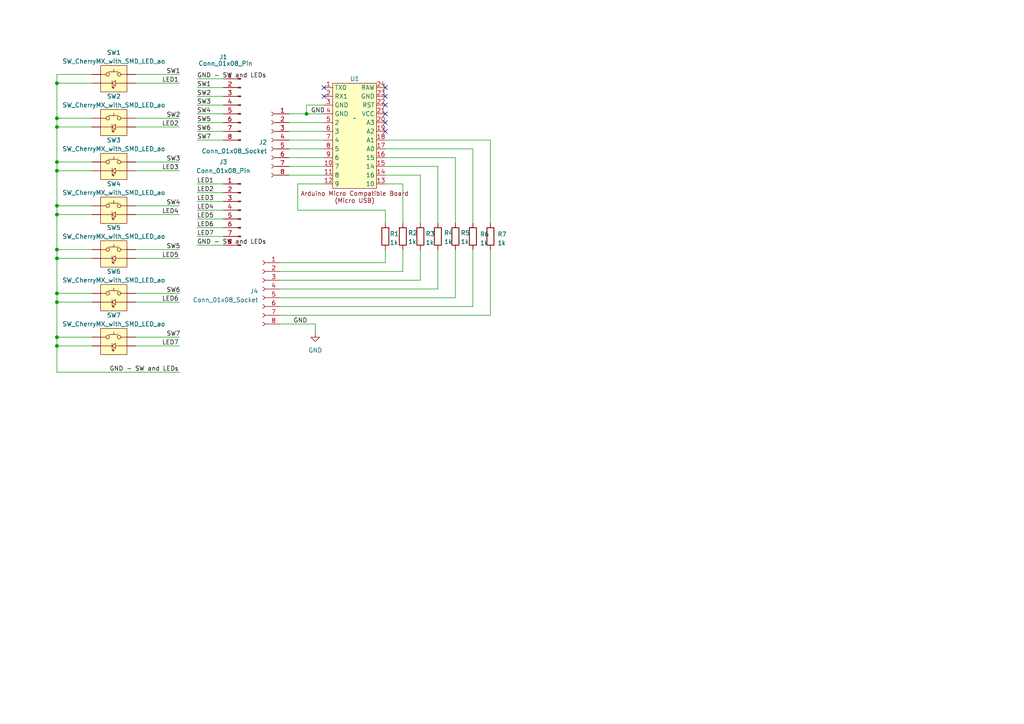
<source format=kicad_sch>
(kicad_sch (version 20230121) (generator eeschema)
  (paper "A4")
  (title_block (title "Macropad") (date "2023-10-31") (rev "1.1"))
  (lib_symbols
    (symbol "Connector:Conn_01x08_Pin" (pin_names (offset 1.016) hide)
      (property "Reference" "J" (at 0 10.16 0))
      (property "Value" "Conn_01x08_Pin" (at 0 -12.7 0))
      (symbol "Conn_01x08_Pin_1_1"
        (polyline (pts (xy 1.27 -10.16) (xy 0.8636 -10.16)) (stroke (width 0.1524)))
        (polyline (pts (xy 1.27 -7.62) (xy 0.8636 -7.62)) (stroke (width 0.1524)))
        (polyline (pts (xy 1.27 -5.08) (xy 0.8636 -5.08)) (stroke (width 0.1524)))
        (polyline (pts (xy 1.27 -2.54) (xy 0.8636 -2.54)) (stroke (width 0.1524)))
        (polyline (pts (xy 1.27 0) (xy 0.8636 0)) (stroke (width 0.1524)))
        (polyline (pts (xy 1.27 2.54) (xy 0.8636 2.54)) (stroke (width 0.1524)))
        (polyline (pts (xy 1.27 5.08) (xy 0.8636 5.08)) (stroke (width 0.1524)))
        (polyline (pts (xy 1.27 7.62) (xy 0.8636 7.62)) (stroke (width 0.1524)))
        (rectangle (start 0.8636 -10.033) (end 0 -10.287) (stroke (width 0.1524)) (fill (type outline)))
        (rectangle (start 0.8636 -7.493) (end 0 -7.747) (stroke (width 0.1524)) (fill (type outline)))
        (rectangle (start 0.8636 -4.953) (end 0 -5.207) (stroke (width 0.1524)) (fill (type outline)))
        (rectangle (start 0.8636 -2.413) (end 0 -2.667) (stroke (width 0.1524)) (fill (type outline)))
        (rectangle (start 0.8636 0.127) (end 0 -0.127) (stroke (width 0.1524)) (fill (type outline)))
        (rectangle (start 0.8636 2.667) (end 0 2.413) (stroke (width 0.1524)) (fill (type outline)))
        (rectangle (start 0.8636 5.207) (end 0 4.953) (stroke (width 0.1524)) (fill (type outline)))
        (rectangle (start 0.8636 7.747) (end 0 7.493) (stroke (width 0.1524)) (fill (type outline)))
        (pin passive line (at 5.08 7.62 180) (length 3.81) (name "Pin_1") (number "1"))
        (pin passive line (at 5.08 5.08 180) (length 3.81) (name "Pin_2") (number "2"))
        (pin passive line (at 5.08 2.54 180) (length 3.81) (name "Pin_3") (number "3"))
        (pin passive line (at 5.08 0 180) (length 3.81) (name "Pin_4") (number "4"))
        (pin passive line (at 5.08 -2.54 180) (length 3.81) (name "Pin_5") (number "5"))
        (pin passive line (at 5.08 -5.08 180) (length 3.81) (name "Pin_6") (number "6"))
        (pin passive line (at 5.08 -7.62 180) (length 3.81) (name "Pin_7") (number "7"))
        (pin passive line (at 5.08 -10.16 180) (length 3.81) (name "Pin_8") (number "8"))
      )
    )
    (symbol "Connector:Conn_01x08_Socket" (pin_names (offset 1.016) hide)
      (property "Reference" "J" (at 0 10.16 0))
      (property "Value" "Conn_01x08_Socket" (at 0 -12.7 0))
      (symbol "Conn_01x08_Socket_1_1"
        (arc (start 0 -9.652) (mid -0.5058 -10.16) (end 0 -10.668) (stroke (width 0.1524)))
        (arc (start 0 -7.112) (mid -0.5058 -7.62) (end 0 -8.128) (stroke (width 0.1524)))
        (arc (start 0 -4.572) (mid -0.5058 -5.08) (end 0 -5.588) (stroke (width 0.1524)))
        (arc (start 0 -2.032) (mid -0.5058 -2.54) (end 0 -3.048) (stroke (width 0.1524)))
        (polyline (pts (xy -1.27 -10.16) (xy -0.508 -10.16)) (stroke (width 0.1524)))
        (polyline (pts (xy -1.27 -7.62) (xy -0.508 -7.62)) (stroke (width 0.1524)))
        (polyline (pts (xy -1.27 -5.08) (xy -0.508 -5.08)) (stroke (width 0.1524)))
        (polyline (pts (xy -1.27 -2.54) (xy -0.508 -2.54)) (stroke (width 0.1524)))
        (polyline (pts (xy -1.27 0) (xy -0.508 0)) (stroke (width 0.1524)))
        (polyline (pts (xy -1.27 2.54) (xy -0.508 2.54)) (stroke (width 0.1524)))
        (polyline (pts (xy -1.27 5.08) (xy -0.508 5.08)) (stroke (width 0.1524)))
        (polyline (pts (xy -1.27 7.62) (xy -0.508 7.62)) (stroke (width 0.1524)))
        (arc (start 0 0.508) (mid -0.5058 0) (end 0 -0.508) (stroke (width 0.1524)))
        (arc (start 0 3.048) (mid -0.5058 2.54) (end 0 2.032) (stroke (width 0.1524)))
        (arc (start 0 5.588) (mid -0.5058 5.08) (end 0 4.572) (stroke (width 0.1524)))
        (arc (start 0 8.128) (mid -0.5058 7.62) (end 0 7.112) (stroke (width 0.1524)))
        (pin passive line (at -5.08 7.62 0) (length 3.81) (name "Pin_1") (number "1"))
        (pin passive line (at -5.08 5.08 0) (length 3.81) (name "Pin_2") (number "2"))
        (pin passive line (at -5.08 2.54 0) (length 3.81) (name "Pin_3") (number "3"))
        (pin passive line (at -5.08 0 0) (length 3.81) (name "Pin_4") (number "4"))
        (pin passive line (at -5.08 -2.54 0) (length 3.81) (name "Pin_5") (number "5"))
        (pin passive line (at -5.08 -5.08 0) (length 3.81) (name "Pin_6") (number "6"))
        (pin passive line (at -5.08 -7.62 0) (length 3.81) (name "Pin_7") (number "7"))
        (pin passive line (at -5.08 -10.16 0) (length 3.81) (name "Pin_8") (number "8"))
      )
    )
    (symbol "Device:R" (pin_numbers hide) (pin_names (offset 0))
      (property "Reference" "R" (at 2.032 0 90))
      (property "Value" "R" (at 0 0 90))
      (symbol "R_0_1"
        (rectangle (start -1.016 -2.54) (end 1.016 2.54) (stroke (width 0.254)))
      )
      (symbol "R_1_1"
        (pin passive line (at 0 3.81 270) (length 1.27) (name "~") (number "1"))
        (pin passive line (at 0 -3.81 90) (length 1.27) (name "~") (number "2"))
      )
    )
    (symbol "my_Library:ArduinoMicroCompatible"
      (property "Reference" "U" (at -5.08 11.43 0))
      (symbol "ArduinoMicroCompatible_1_1"
        (rectangle (start -6.35 10.16) (end 6.35 -20.32) (fill (type background)))
        (text "Arduino Micro Compatible Board\n(Micro USB)" (at 0 -22.86 0) (effects (font (size 1.27 1.27))))
        (pin bidirectional line (at -8.89 8.89 0) (length 2.54) (name "TX0") (number "1"))
        (pin bidirectional line (at -8.89 -13.97 0) (length 2.54) (name "7") (number "10"))
        (pin bidirectional line (at -8.89 -16.51 0) (length 2.54) (name "8") (number "11"))
        (pin bidirectional line (at -8.89 -19.05 0) (length 2.54) (name "9") (number "12"))
        (pin bidirectional line (at 8.89 -19.05 180) (length 2.54) (name "10") (number "13"))
        (pin bidirectional line (at 8.89 -16.51 180) (length 2.54) (name "16") (number "14"))
        (pin bidirectional line (at 8.89 -13.97 180) (length 2.54) (name "14") (number "15"))
        (pin bidirectional line (at 8.89 -11.43 180) (length 2.54) (name "15") (number "16"))
        (pin bidirectional line (at 8.89 -8.89 180) (length 2.54) (name "A0") (number "17"))
        (pin bidirectional line (at 8.89 -6.35 180) (length 2.54) (name "A1") (number "18"))
        (pin bidirectional line (at 8.89 -3.81 180) (length 2.54) (name "A2") (number "19"))
        (pin bidirectional line (at -8.89 6.35 0) (length 2.54) (name "RX1") (number "2"))
        (pin bidirectional line (at 8.89 -1.27 180) (length 2.54) (name "A3") (number "20"))
        (pin power_in line (at 8.89 1.27 180) (length 2.54) (name "VCC") (number "21"))
        (pin input line (at 8.89 3.81 180) (length 2.54) (name "RST") (number "22"))
        (pin power_in line (at 8.89 6.35 180) (length 2.54) (name "GND") (number "23"))
        (pin bidirectional line (at 8.89 8.89 180) (length 2.54) (name "RAW") (number "24"))
        (pin passive line (at -8.89 3.81 0) (length 2.54) (name "GND") (number "3"))
        (pin power_in line (at -8.89 1.27 0) (length 2.54) (name "GND") (number "4"))
        (pin bidirectional line (at -8.89 -1.27 0) (length 2.54) (name "2") (number "5"))
        (pin bidirectional line (at -8.89 -3.81 0) (length 2.54) (name "3") (number "6"))
        (pin bidirectional line (at -8.89 -6.35 0) (length 2.54) (name "4") (number "7"))
        (pin bidirectional line (at -8.89 -8.89 0) (length 2.54) (name "5") (number "8"))
        (pin bidirectional line (at -8.89 -11.43 0) (length 2.54) (name "6") (number "9"))
      )
    )
    (symbol "my_Library:CherryMX_with_LED" (pin_numbers hide) (pin_names (offset 1.016) hide)
      (property "Reference" "SW" (at -0.254 8.636 0))
      (property "Value" "SW_CherryMX_with_SMD_LED_ao" (at 4.064 -1.524 0))
      (symbol "CherryMX_with_LED_0_1"
        (polyline (pts (xy 0 5.08) (xy 1.524 5.08)))
        (polyline (pts (xy 1.778 2.54) (xy 0 2.54)))
        (polyline (pts (xy 3.302 1.778) (xy 3.302 3.302)))
        (polyline (pts (xy 3.302 2.54) (xy 1.778 2.54)))
        (polyline (pts (xy 4.318 2.54) (xy 6.096 2.54)))
        (polyline (pts (xy 6.096 2.54) (xy 7.62 2.54)))
        (polyline (pts (xy 7.62 5.08) (xy 5.842 5.08)))
        (polyline (pts (xy 2.286 5.842) (xy 5.08 5.842) (xy 3.81 5.842) (xy 3.81 6.604)))
        (polyline (pts (xy 3.302 2.54) (xy 4.318 3.302) (xy 4.318 1.778) (xy 3.302 2.54)))
        (polyline (pts (xy 3.81 1.778) (xy 3.302 1.27) (xy 3.556 1.27) (xy 3.302 1.27) (xy 3.302 1.524)))
        (polyline (pts (xy 4.064 1.524) (xy 3.556 1.016) (xy 3.81 1.016) (xy 3.556 1.016) (xy 3.556 1.27)))
        (circle (center 2.032 5.08) (radius 0.508))
        (rectangle (start 5.08 6.35) (end 5.08 6.35))
        (circle (center 5.334 5.08) (radius 0.508))
      )
      (symbol "CherryMX_with_LED_1_1"
        (rectangle (start 0 7.62) (end 7.62 0) (fill (type background)))
        (pin passive line (at -2.54 5.08 0) (length 2.54) (name "1") (number "1"))
        (pin passive line (at 10.16 5.08 180) (length 2.54) (name "2") (number "2"))
        (pin passive line (at -2.54 2.54 0) (length 2.54) (name "K") (number "3"))
        (pin passive line (at 10.16 2.54 180) (length 2.54) (name "A") (number "4"))
      )
    )
    (symbol "power:GND" (power) (pin_names (offset 0))
      (property "Value" "GND" (at 0 -3.81 0))
      (symbol "GND_0_1"
        (polyline (pts (xy 0 0) (xy 0 -1.27) (xy 1.27 -1.27) (xy 0 -2.54) (xy -1.27 -1.27) (xy 0 -1.27)))
      )
      (symbol "GND_1_1"
        (pin power_in line (at 0 0 270) (length 0) hide (name "GND") (number "1"))
      )
    )
  )
  (junction (at 16.51 24.13))
  (junction (at 16.51 49.53))
  (junction (at 16.51 97.79))
  (junction (at 16.51 87.63))
  (junction (at 16.51 46.99))
  (junction (at 16.51 72.39))
  (junction (at 16.51 62.23))
  (junction (at 16.51 100.33))
  (junction (at 16.51 34.29))
  (junction (at 88.9 33.02))
  (junction (at 16.51 59.69))
  (junction (at 16.51 85.09))
  (junction (at 16.51 74.93))
  (junction (at 16.51 36.83))
  (no_connect (at 111.76 27.94))
  (no_connect (at 93.98 25.4))
  (no_connect (at 111.76 30.48))
  (no_connect (at 93.98 27.94))
  (no_connect (at 111.76 35.56))
  (no_connect (at 111.76 25.4))
  (no_connect (at 111.76 38.1))
  (no_connect (at 111.76 33.02))
  (wire (pts (xy 142.24 72.39) (xy 142.24 91.44)))
  (wire (pts (xy 16.51 34.29) (xy 16.51 24.13)))
  (wire (pts (xy 39.37 49.53) (xy 52.07 49.53)))
  (wire (pts (xy 137.16 43.18) (xy 137.16 64.77)))
  (wire (pts (xy 111.76 48.26) (xy 127 48.26)))
  (wire (pts (xy 16.51 34.29) (xy 16.51 36.83)))
  (wire (pts (xy 57.15 25.4) (xy 64.77 25.4)))
  (wire (pts (xy 57.15 66.04) (xy 64.77 66.04)))
  (wire (pts (xy 39.37 62.23) (xy 52.07 62.23)))
  (wire (pts (xy 39.37 24.13) (xy 52.07 24.13)))
  (wire (pts (xy 57.15 30.48) (xy 64.77 30.48)))
  (wire (pts (xy 26.67 100.33) (xy 16.51 100.33)))
  (wire (pts (xy 16.51 24.13) (xy 16.51 21.59)))
  (wire (pts (xy 26.67 97.79) (xy 16.51 97.79)))
  (wire (pts (xy 127 48.26) (xy 127 64.77)))
  (wire (pts (xy 57.15 27.94) (xy 64.77 27.94)))
  (wire (pts (xy 93.98 30.48) (xy 88.9 30.48)))
  (wire (pts (xy 39.37 36.83) (xy 52.07 36.83)))
  (wire (pts (xy 116.84 53.34) (xy 116.84 64.77)))
  (wire (pts (xy 26.67 87.63) (xy 16.51 87.63)))
  (wire (pts (xy 57.15 63.5) (xy 64.77 63.5)))
  (wire (pts (xy 81.28 86.36) (xy 132.08 86.36)))
  (wire (pts (xy 93.98 53.34) (xy 86.36 53.34)))
  (wire (pts (xy 16.51 72.39) (xy 16.51 62.23)))
  (wire (pts (xy 39.37 87.63) (xy 52.07 87.63)))
  (wire (pts (xy 39.37 85.09) (xy 52.07 85.09)))
  (wire (pts (xy 16.51 59.69) (xy 26.67 59.69)))
  (wire (pts (xy 132.08 45.72) (xy 132.08 64.77)))
  (wire (pts (xy 57.15 71.12) (xy 64.77 71.12)))
  (wire (pts (xy 16.51 87.63) (xy 16.51 85.09)))
  (wire (pts (xy 57.15 55.88) (xy 64.77 55.88)))
  (wire (pts (xy 39.37 21.59) (xy 52.07 21.59)))
  (wire (pts (xy 111.76 60.96) (xy 111.76 64.77)))
  (wire (pts (xy 39.37 59.69) (xy 52.07 59.69)))
  (wire (pts (xy 39.37 72.39) (xy 52.07 72.39)))
  (wire (pts (xy 132.08 45.72) (xy 111.76 45.72)))
  (wire (pts (xy 83.82 50.8) (xy 93.98 50.8)))
  (wire (pts (xy 57.15 22.86) (xy 64.77 22.86)))
  (wire (pts (xy 91.44 96.52) (xy 91.44 93.98)))
  (wire (pts (xy 26.67 72.39) (xy 16.51 72.39)))
  (wire (pts (xy 142.24 40.64) (xy 111.76 40.64)))
  (wire (pts (xy 91.44 93.98) (xy 81.28 93.98)))
  (wire (pts (xy 116.84 72.39) (xy 116.84 78.74)))
  (wire (pts (xy 39.37 97.79) (xy 52.07 97.79)))
  (wire (pts (xy 57.15 53.34) (xy 64.77 53.34)))
  (wire (pts (xy 16.51 49.53) (xy 16.51 46.99)))
  (wire (pts (xy 88.9 33.02) (xy 93.98 33.02)))
  (wire (pts (xy 16.51 97.79) (xy 16.51 87.63)))
  (wire (pts (xy 16.51 100.33) (xy 16.51 97.79)))
  (wire (pts (xy 142.24 40.64) (xy 142.24 64.77)))
  (wire (pts (xy 57.15 38.1) (xy 64.77 38.1)))
  (wire (pts (xy 111.76 43.18) (xy 137.16 43.18)))
  (wire (pts (xy 116.84 53.34) (xy 111.76 53.34)))
  (wire (pts (xy 26.67 46.99) (xy 16.51 46.99)))
  (wire (pts (xy 121.92 50.8) (xy 111.76 50.8)))
  (wire (pts (xy 57.15 35.56) (xy 64.77 35.56)))
  (wire (pts (xy 16.51 46.99) (xy 16.51 36.83)))
  (wire (pts (xy 26.67 24.13) (xy 16.51 24.13)))
  (wire (pts (xy 16.51 74.93) (xy 16.51 85.09)))
  (wire (pts (xy 26.67 34.29) (xy 16.51 34.29)))
  (wire (pts (xy 39.37 34.29) (xy 52.07 34.29)))
  (wire (pts (xy 81.28 91.44) (xy 142.24 91.44)))
  (wire (pts (xy 81.28 83.82) (xy 127 83.82)))
  (wire (pts (xy 16.51 62.23) (xy 26.67 62.23)))
  (wire (pts (xy 83.82 35.56) (xy 93.98 35.56)))
  (wire (pts (xy 16.51 74.93) (xy 16.51 72.39)))
  (wire (pts (xy 83.82 33.02) (xy 88.9 33.02)))
  (wire (pts (xy 16.51 85.09) (xy 26.67 85.09)))
  (wire (pts (xy 57.15 40.64) (xy 64.77 40.64)))
  (wire (pts (xy 39.37 100.33) (xy 52.07 100.33)))
  (wire (pts (xy 127 72.39) (xy 127 83.82)))
  (wire (pts (xy 83.82 48.26) (xy 93.98 48.26)))
  (wire (pts (xy 16.51 59.69) (xy 16.51 62.23)))
  (wire (pts (xy 83.82 38.1) (xy 93.98 38.1)))
  (wire (pts (xy 39.37 74.93) (xy 52.07 74.93)))
  (wire (pts (xy 111.76 72.39) (xy 111.76 76.2)))
  (wire (pts (xy 83.82 43.18) (xy 93.98 43.18)))
  (wire (pts (xy 137.16 72.39) (xy 137.16 88.9)))
  (wire (pts (xy 16.51 36.83) (xy 26.67 36.83)))
  (wire (pts (xy 83.82 40.64) (xy 93.98 40.64)))
  (wire (pts (xy 83.82 45.72) (xy 93.98 45.72)))
  (wire (pts (xy 16.51 49.53) (xy 16.51 59.69)))
  (wire (pts (xy 116.84 78.74) (xy 81.28 78.74)))
  (wire (pts (xy 121.92 72.39) (xy 121.92 81.28)))
  (wire (pts (xy 81.28 76.2) (xy 111.76 76.2)))
  (wire (pts (xy 57.15 58.42) (xy 64.77 58.42)))
  (wire (pts (xy 57.15 33.02) (xy 64.77 33.02)))
  (wire (pts (xy 86.36 60.96) (xy 111.76 60.96)))
  (wire (pts (xy 86.36 53.34) (xy 86.36 60.96)))
  (wire (pts (xy 26.67 21.59) (xy 16.51 21.59)))
  (wire (pts (xy 121.92 50.8) (xy 121.92 64.77)))
  (wire (pts (xy 26.67 74.93) (xy 16.51 74.93)))
  (wire (pts (xy 26.67 49.53) (xy 16.51 49.53)))
  (wire (pts (xy 39.37 46.99) (xy 52.07 46.99)))
  (wire (pts (xy 57.15 60.96) (xy 64.77 60.96)))
  (wire (pts (xy 88.9 30.48) (xy 88.9 33.02)))
  (wire (pts (xy 132.08 72.39) (xy 132.08 86.36)))
  (wire (pts (xy 137.16 88.9) (xy 81.28 88.9)))
  (wire (pts (xy 16.51 100.33) (xy 16.51 107.95)))
  (wire (pts (xy 57.15 68.58) (xy 64.77 68.58)))
  (wire (pts (xy 16.51 107.95) (xy 52.07 107.95)))
  (wire (pts (xy 81.28 81.28) (xy 121.92 81.28)))
  (label "LED7" (at 46.99 100.33 0))
  (label "LED6" (at 46.99 87.63 0))
  (label "LED3" (at 46.99 49.53 0))
  (label "SW6" (at 48.26 85.09 0))
  (label "GND - SW and LEDs" (at 57.15 22.86 0))
  (label "LED5" (at 57.15 63.5 0))
  (label "SW7" (at 57.15 40.64 0))
  (label "SW7" (at 48.26 97.79 0))
  (label "GND" (at 90.17 33.02 0))
  (label "SW6" (at 57.15 38.1 0))
  (label "SW1" (at 57.15 25.4 0))
  (label "SW3" (at 57.15 30.48 0))
  (label "LED7" (at 57.15 68.58 0))
  (label "GND - SW and LEDs" (at 31.75 107.95 0))
  (label "LED4" (at 46.99 62.23 0))
  (label "SW2" (at 48.26 34.29 0))
  (label "GND" (at 85.09 93.98 0))
  (label "LED6" (at 57.15 66.04 0))
  (label "SW4" (at 57.15 33.02 0))
  (label "LED5" (at 46.99 74.93 0))
  (label "LED1" (at 46.99 24.13 0))
  (label "LED3" (at 57.15 58.42 0))
  (label "SW5" (at 57.15 35.56 0))
  (label "LED4" (at 57.15 60.96 0))
  (label "SW1" (at 48.26 21.59 0))
  (label "SW4" (at 48.26 59.69 0))
  (label "LED2" (at 46.99 36.83 0))
  (label "SW2" (at 57.15 27.94 0))
  (label "LED1" (at 57.15 53.34 0))
  (label "SW3" (at 48.26 46.99 0))
  (label "SW5" (at 48.26 72.39 0))
  (label "GND - SW and LEDs" (at 57.15 71.12 0))
  (label "LED2" (at 57.15 55.88 0))
  (symbol (lib_id "Connector:Conn_01x08_Pin") (at 69.85 60.96 0) (mirror y) (unit 1)
    (property "Reference" "J3" (at 64.77 46.99 0))
    (property "Value" "Conn_01x08_Pin" (at 64.77 49.53 0))
    (property "Footprint" "Connector_PinHeader_2.54mm:PinHeader_1x08_P2.54mm_Vertical" (effects hide))
  )
  (symbol (lib_id "my_Library:CherryMX_with_LED") (at 29.21 39.37 0) (unit 1)
    (property "Reference" "SW2" (at 33.02 27.94 0))
    (property "Value" "SW_CherryMX_with_SMD_LED_ao" (at 33.02 30.48 0))
    (property "Footprint" "myLibrary:SW_Cherry_MX_1.00u_PCB_with SMD LED.kicad_AO" (effects hide))
  )
  (symbol (lib_id "my_Library:ArduinoMicroCompatible") (at 102.87 34.29 0) (unit 1)
    (property "Reference" "U1" (at 102.87 22.86 0))
    (property "Value" "~" (at 102.87 34.29 0))
    (property "Footprint" "myLibrary:ArduinoMicroCompatibleBoard" (effects hide))
  )
  (symbol (lib_id "my_Library:CherryMX_with_LED") (at 29.21 90.17 0) (unit 1)
    (property "Reference" "SW6" (at 33.02 78.74 0))
    (property "Value" "SW_CherryMX_with_SMD_LED_ao" (at 33.02 81.28 0))
    (property "Footprint" "myLibrary:SW_Cherry_MX_1.00u_PCB_with SMD LED.kicad_AO" (effects hide))
  )
  (symbol (lib_id "power:GND") (at 91.44 96.52 0) (unit 1)
    (property "Reference" "#PWR01" (effects hide))
    (property "Value" "GND" (at 91.44 101.6 0))
  )
  (symbol (lib_id "Device:R") (at 116.84 68.58 0) (unit 1)
    (property "Reference" "R2" (at 118.364 67.564 0) (effects (justify left)))
    (property "Value" "1k" (at 118.364 70.104 0) (effects (justify left)))
    (property "Footprint" "myLibrary:R_Axial_DIN0207_L6.3mm_D2.5mm_P10.16mm_Horizontal" (effects hide))
  )
  (symbol (lib_id "Device:R") (at 142.24 68.58 0) (unit 1)
    (property "Reference" "R7" (at 144.272 67.945 0) (effects (justify left)))
    (property "Value" "1k" (at 144.272 70.485 0) (effects (justify left)))
    (property "Footprint" "myLibrary:R_Axial_DIN0207_L6.3mm_D2.5mm_P10.16mm_Horizontal" (effects hide))
  )
  (symbol (lib_id "Device:R") (at 127 68.58 0) (unit 1)
    (property "Reference" "R4" (at 128.778 67.564 0) (effects (justify left)))
    (property "Value" "1k" (at 128.778 70.104 0) (effects (justify left)))
    (property "Footprint" "myLibrary:R_Axial_DIN0207_L6.3mm_D2.5mm_P10.16mm_Horizontal" (effects hide))
  )
  (symbol (lib_id "my_Library:CherryMX_with_LED") (at 29.21 52.07 0) (unit 1)
    (property "Reference" "SW3" (at 33.02 40.64 0))
    (property "Value" "SW_CherryMX_with_SMD_LED_ao" (at 33.02 43.18 0))
    (property "Footprint" "myLibrary:SW_Cherry_MX_1.00u_PCB_with SMD LED.kicad_AO" (effects hide))
  )
  (symbol (lib_id "Device:R") (at 137.16 68.58 0) (unit 1)
    (property "Reference" "R6" (at 139.192 67.945 0) (effects (justify left)))
    (property "Value" "1k" (at 139.192 70.485 0) (effects (justify left)))
    (property "Footprint" "myLibrary:R_Axial_DIN0207_L6.3mm_D2.5mm_P10.16mm_Horizontal" (effects hide))
  )
  (symbol (lib_id "my_Library:CherryMX_with_LED") (at 29.21 77.47 0) (unit 1)
    (property "Reference" "SW5" (at 33.02 66.04 0))
    (property "Value" "SW_CherryMX_with_SMD_LED_ao" (at 33.02 68.58 0))
    (property "Footprint" "myLibrary:SW_Cherry_MX_1.00u_PCB_with SMD LED.kicad_AO" (effects hide))
  )
  (symbol (lib_id "my_Library:CherryMX_with_LED") (at 29.21 102.87 0) (unit 1)
    (property "Reference" "SW7" (at 33.02 91.44 0))
    (property "Value" "SW_CherryMX_with_SMD_LED_ao" (at 33.02 93.98 0))
    (property "Footprint" "myLibrary:SW_Cherry_MX_1.00u_PCB_with SMD LED.kicad_AO" (effects hide))
  )
  (symbol (lib_id "Connector:Conn_01x08_Socket") (at 78.74 40.64 0) (mirror y) (unit 1)
    (property "Reference" "J2" (at 77.47 41.275 0) (effects (justify left)))
    (property "Value" "Conn_01x08_Socket" (at 77.47 43.815 0) (effects (justify left)))
    (property "Footprint" "Connector_PinSocket_2.54mm:PinSocket_1x08_P2.54mm_Vertical" (effects hide))
  )
  (symbol (lib_id "Connector:Conn_01x08_Socket") (at 76.2 83.82 0) (mirror y) (unit 1)
    (property "Reference" "J4" (at 74.93 84.455 0) (effects (justify left)))
    (property "Value" "Conn_01x08_Socket" (at 74.93 86.995 0) (effects (justify left)))
    (property "Footprint" "Connector_PinSocket_2.54mm:PinSocket_1x08_P2.54mm_Vertical" (effects hide))
  )
  (symbol (lib_id "Connector:Conn_01x08_Pin") (at 69.85 30.48 0) (mirror y) (unit 1)
    (property "Reference" "J1" (at 64.77 16.51 0))
    (property "Value" "Conn_01x08_Pin" (at 65.405 18.415 0))
    (property "Footprint" "Connector_PinHeader_2.54mm:PinHeader_1x08_P2.54mm_Vertical" (effects hide))
  )
  (symbol (lib_id "my_Library:CherryMX_with_LED") (at 29.21 26.67 0) (unit 1)
    (property "Reference" "SW1" (at 33.02 15.24 0))
    (property "Value" "SW_CherryMX_with_SMD_LED_ao" (at 33.02 17.78 0))
    (property "Footprint" "myLibrary:SW_Cherry_MX_1.00u_PCB_with SMD LED.kicad_AO" (effects hide))
  )
  (symbol (lib_id "Device:R") (at 132.08 68.58 0) (unit 1)
    (property "Reference" "R5" (at 133.604 67.564 0) (effects (justify left)))
    (property "Value" "1k" (at 133.604 70.104 0) (effects (justify left)))
    (property "Footprint" "myLibrary:R_Axial_DIN0207_L6.3mm_D2.5mm_P10.16mm_Horizontal" (effects hide))
  )
  (symbol (lib_id "Device:R") (at 111.76 68.58 0) (unit 1)
    (property "Reference" "R1" (at 113.03 67.818 0) (effects (justify left)))
    (property "Value" "1k" (at 113.03 70.358 0) (effects (justify left)))
    (property "Footprint" "myLibrary:R_Axial_DIN0207_L6.3mm_D2.5mm_P10.16mm_Horizontal" (effects hide))
  )
  (symbol (lib_id "Device:R") (at 121.92 68.58 0) (unit 1)
    (property "Reference" "R3" (at 123.444 67.818 0) (effects (justify left)))
    (property "Value" "1k" (at 123.444 70.358 0) (effects (justify left)))
    (property "Footprint" "myLibrary:R_Axial_DIN0207_L6.3mm_D2.5mm_P10.16mm_Horizontal" (effects hide))
  )
  (symbol (lib_id "my_Library:CherryMX_with_LED") (at 29.21 64.77 0) (unit 1)
    (property "Reference" "SW4" (at 33.02 53.34 0))
    (property "Value" "SW_CherryMX_with_SMD_LED_ao" (at 33.02 55.88 0))
    (property "Footprint" "myLibrary:SW_Cherry_MX_1.00u_PCB_with SMD LED.kicad_AO" (effects hide))
  )
)
</source>
